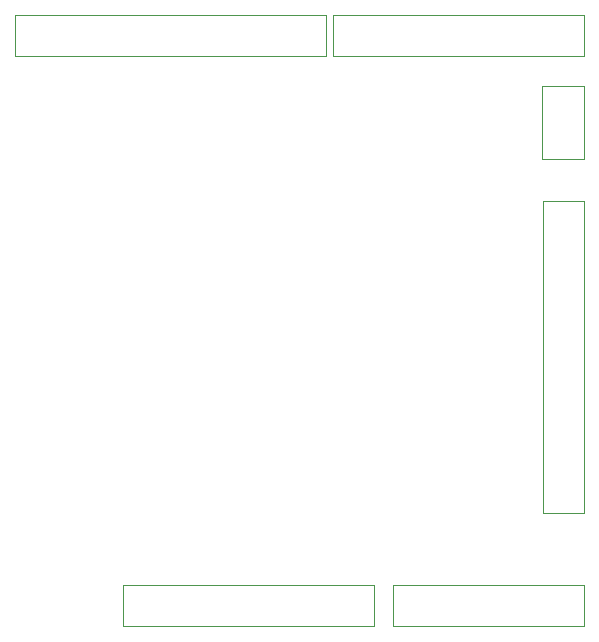
<source format=gbr>
G04 #@! TF.GenerationSoftware,KiCad,Pcbnew,(5.1.9-0-10_14)*
G04 #@! TF.CreationDate,2021-01-31T13:48:18+01:00*
G04 #@! TF.ProjectId,SX1280-Shield,53583132-3830-42d5-9368-69656c642e6b,rev?*
G04 #@! TF.SameCoordinates,Original*
G04 #@! TF.FileFunction,Other,User*
%FSLAX46Y46*%
G04 Gerber Fmt 4.6, Leading zero omitted, Abs format (unit mm)*
G04 Created by KiCad (PCBNEW (5.1.9-0-10_14)) date 2021-01-31 13:48:18*
%MOMM*%
%LPD*%
G01*
G04 APERTURE LIST*
%ADD10C,0.050000*%
G04 APERTURE END LIST*
D10*
X172698000Y-79861000D02*
X172698000Y-86011000D01*
X172698000Y-86011000D02*
X176298000Y-86011000D01*
X176298000Y-86011000D02*
X176298000Y-79861000D01*
X176298000Y-79861000D02*
X172698000Y-79861000D01*
X176248000Y-89563000D02*
X172748000Y-89563000D01*
X176248000Y-115963000D02*
X172748000Y-115963000D01*
X176248000Y-89563000D02*
X176248000Y-115963000D01*
X172748000Y-89563000D02*
X172748000Y-115963000D01*
X137188000Y-125575000D02*
X158488000Y-125575000D01*
X137188000Y-122075000D02*
X158488000Y-122075000D01*
X158488000Y-122075000D02*
X158488000Y-125575000D01*
X137188000Y-122075000D02*
X137188000Y-125575000D01*
X160048000Y-125575000D02*
X176248000Y-125575000D01*
X160048000Y-122075000D02*
X176248000Y-122075000D01*
X176248000Y-122075000D02*
X176248000Y-125575000D01*
X160048000Y-122075000D02*
X160048000Y-125575000D01*
X128044000Y-77315000D02*
X154444000Y-77315000D01*
X128044000Y-73815000D02*
X154444000Y-73815000D01*
X154444000Y-73815000D02*
X154444000Y-77315000D01*
X128044000Y-73815000D02*
X128044000Y-77315000D01*
X154968000Y-77315000D02*
X176268000Y-77315000D01*
X154968000Y-73815000D02*
X176268000Y-73815000D01*
X176268000Y-73815000D02*
X176268000Y-77315000D01*
X154968000Y-73815000D02*
X154968000Y-77315000D01*
M02*

</source>
